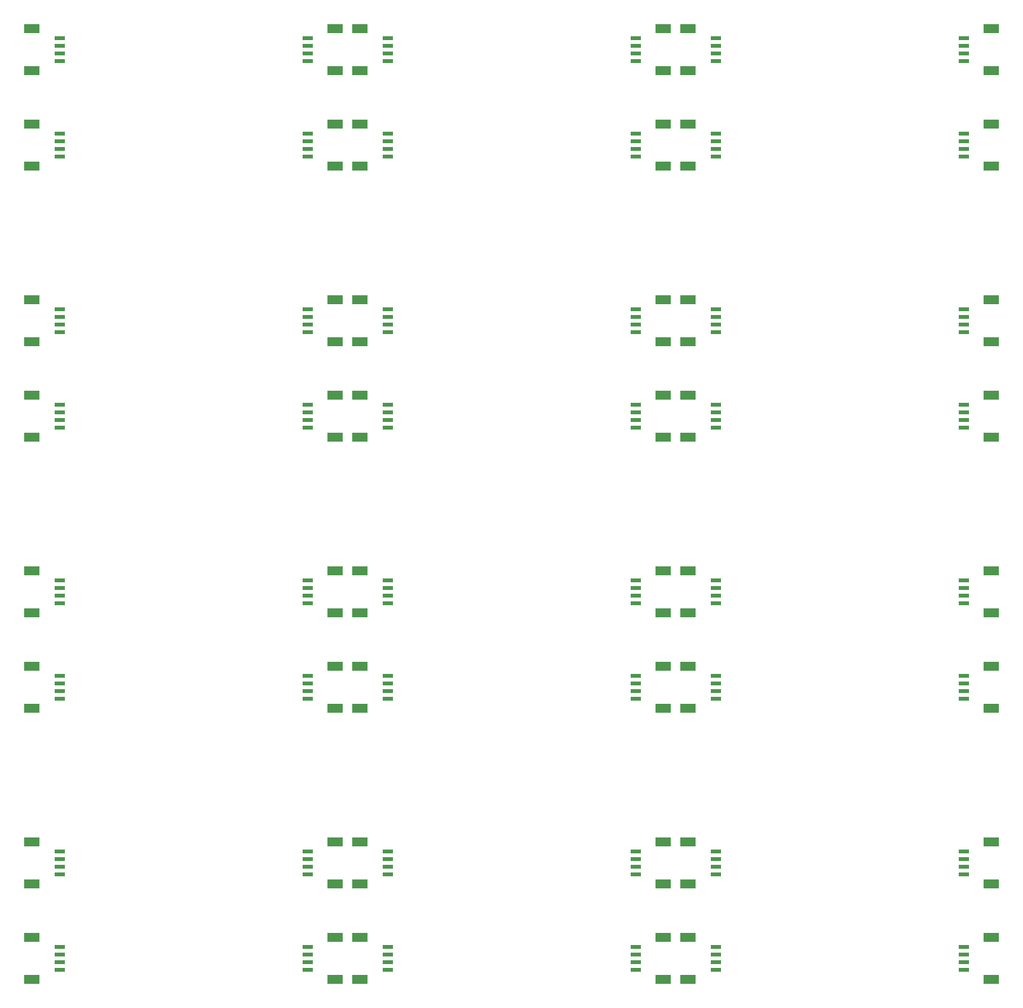
<source format=gtp>
G75*
%MOIN*%
%OFA0B0*%
%FSLAX25Y25*%
%IPPOS*%
%LPD*%
%AMOC8*
5,1,8,0,0,1.08239X$1,22.5*
%
%ADD10R,0.07874X0.04724*%
%ADD11R,0.05315X0.02362*%
D10*
X0088865Y0109976D03*
X0088865Y0132024D03*
X0088865Y0159976D03*
X0088865Y0182024D03*
X0088865Y0251976D03*
X0088865Y0274024D03*
X0088865Y0301976D03*
X0088865Y0324024D03*
X0088865Y0393976D03*
X0088865Y0416024D03*
X0088865Y0443976D03*
X0088865Y0466024D03*
X0088865Y0535976D03*
X0088865Y0558024D03*
X0088865Y0585976D03*
X0088865Y0608024D03*
X0247802Y0608024D03*
X0260865Y0608024D03*
X0260865Y0585976D03*
X0247802Y0585976D03*
X0247802Y0558024D03*
X0260865Y0558024D03*
X0260865Y0535976D03*
X0247802Y0535976D03*
X0247802Y0466024D03*
X0260865Y0466024D03*
X0260865Y0443976D03*
X0247802Y0443976D03*
X0247802Y0416024D03*
X0260865Y0416024D03*
X0260865Y0393976D03*
X0247802Y0393976D03*
X0247802Y0324024D03*
X0260865Y0324024D03*
X0260865Y0301976D03*
X0247802Y0301976D03*
X0247802Y0274024D03*
X0260865Y0274024D03*
X0260865Y0251976D03*
X0247802Y0251976D03*
X0247802Y0182024D03*
X0260865Y0182024D03*
X0260865Y0159976D03*
X0247802Y0159976D03*
X0247802Y0132024D03*
X0260865Y0132024D03*
X0260865Y0109976D03*
X0247802Y0109976D03*
X0419802Y0109976D03*
X0432865Y0109976D03*
X0432865Y0132024D03*
X0419802Y0132024D03*
X0419802Y0159976D03*
X0432865Y0159976D03*
X0432865Y0182024D03*
X0419802Y0182024D03*
X0419802Y0251976D03*
X0432865Y0251976D03*
X0432865Y0274024D03*
X0419802Y0274024D03*
X0419802Y0301976D03*
X0432865Y0301976D03*
X0432865Y0324024D03*
X0419802Y0324024D03*
X0419802Y0393976D03*
X0432865Y0393976D03*
X0432865Y0416024D03*
X0419802Y0416024D03*
X0419802Y0443976D03*
X0432865Y0443976D03*
X0432865Y0466024D03*
X0419802Y0466024D03*
X0419802Y0535976D03*
X0432865Y0535976D03*
X0432865Y0558024D03*
X0419802Y0558024D03*
X0419802Y0585976D03*
X0432865Y0585976D03*
X0432865Y0608024D03*
X0419802Y0608024D03*
X0591802Y0608024D03*
X0591802Y0585976D03*
X0591802Y0558024D03*
X0591802Y0535976D03*
X0591802Y0466024D03*
X0591802Y0443976D03*
X0591802Y0416024D03*
X0591802Y0393976D03*
X0591802Y0324024D03*
X0591802Y0301976D03*
X0591802Y0274024D03*
X0591802Y0251976D03*
X0591802Y0182024D03*
X0591802Y0159976D03*
X0591802Y0132024D03*
X0591802Y0109976D03*
D11*
X0577333Y0115094D03*
X0577333Y0119031D03*
X0577333Y0122969D03*
X0577333Y0126906D03*
X0577333Y0165094D03*
X0577333Y0169031D03*
X0577333Y0172969D03*
X0577333Y0176906D03*
X0577333Y0257094D03*
X0577333Y0261031D03*
X0577333Y0264969D03*
X0577333Y0268906D03*
X0577333Y0307094D03*
X0577333Y0311031D03*
X0577333Y0314969D03*
X0577333Y0318906D03*
X0577333Y0399094D03*
X0577333Y0403031D03*
X0577333Y0406969D03*
X0577333Y0410906D03*
X0577333Y0449094D03*
X0577333Y0453031D03*
X0577333Y0456969D03*
X0577333Y0460906D03*
X0577333Y0541094D03*
X0577333Y0545031D03*
X0577333Y0548969D03*
X0577333Y0552906D03*
X0577333Y0591094D03*
X0577333Y0595031D03*
X0577333Y0598969D03*
X0577333Y0602906D03*
X0447333Y0602906D03*
X0447333Y0598969D03*
X0447333Y0595031D03*
X0447333Y0591094D03*
X0447333Y0552906D03*
X0447333Y0548969D03*
X0447333Y0545031D03*
X0447333Y0541094D03*
X0405333Y0541094D03*
X0405333Y0545031D03*
X0405333Y0548969D03*
X0405333Y0552906D03*
X0405333Y0591094D03*
X0405333Y0595031D03*
X0405333Y0598969D03*
X0405333Y0602906D03*
X0275333Y0602906D03*
X0275333Y0598969D03*
X0275333Y0595031D03*
X0275333Y0591094D03*
X0275333Y0552906D03*
X0275333Y0548969D03*
X0275333Y0545031D03*
X0275333Y0541094D03*
X0233333Y0541094D03*
X0233333Y0545031D03*
X0233333Y0548969D03*
X0233333Y0552906D03*
X0233333Y0591094D03*
X0233333Y0595031D03*
X0233333Y0598969D03*
X0233333Y0602906D03*
X0103333Y0602906D03*
X0103333Y0598969D03*
X0103333Y0595031D03*
X0103333Y0591094D03*
X0103333Y0552906D03*
X0103333Y0548969D03*
X0103333Y0545031D03*
X0103333Y0541094D03*
X0103333Y0460906D03*
X0103333Y0456969D03*
X0103333Y0453031D03*
X0103333Y0449094D03*
X0103333Y0410906D03*
X0103333Y0406969D03*
X0103333Y0403031D03*
X0103333Y0399094D03*
X0103333Y0318906D03*
X0103333Y0314969D03*
X0103333Y0311031D03*
X0103333Y0307094D03*
X0103333Y0268906D03*
X0103333Y0264969D03*
X0103333Y0261031D03*
X0103333Y0257094D03*
X0103333Y0176906D03*
X0103333Y0172969D03*
X0103333Y0169031D03*
X0103333Y0165094D03*
X0103333Y0126906D03*
X0103333Y0122969D03*
X0103333Y0119031D03*
X0103333Y0115094D03*
X0233333Y0115094D03*
X0233333Y0119031D03*
X0233333Y0122969D03*
X0233333Y0126906D03*
X0233333Y0165094D03*
X0233333Y0169031D03*
X0233333Y0172969D03*
X0233333Y0176906D03*
X0275333Y0176906D03*
X0275333Y0172969D03*
X0275333Y0169031D03*
X0275333Y0165094D03*
X0275333Y0126906D03*
X0275333Y0122969D03*
X0275333Y0119031D03*
X0275333Y0115094D03*
X0405333Y0115094D03*
X0405333Y0119031D03*
X0405333Y0122969D03*
X0405333Y0126906D03*
X0405333Y0165094D03*
X0405333Y0169031D03*
X0405333Y0172969D03*
X0405333Y0176906D03*
X0447333Y0176906D03*
X0447333Y0172969D03*
X0447333Y0169031D03*
X0447333Y0165094D03*
X0447333Y0126906D03*
X0447333Y0122969D03*
X0447333Y0119031D03*
X0447333Y0115094D03*
X0447333Y0257094D03*
X0447333Y0261031D03*
X0447333Y0264969D03*
X0447333Y0268906D03*
X0447333Y0307094D03*
X0447333Y0311031D03*
X0447333Y0314969D03*
X0447333Y0318906D03*
X0405333Y0318906D03*
X0405333Y0314969D03*
X0405333Y0311031D03*
X0405333Y0307094D03*
X0405333Y0268906D03*
X0405333Y0264969D03*
X0405333Y0261031D03*
X0405333Y0257094D03*
X0275333Y0257094D03*
X0275333Y0261031D03*
X0275333Y0264969D03*
X0275333Y0268906D03*
X0275333Y0307094D03*
X0275333Y0311031D03*
X0275333Y0314969D03*
X0275333Y0318906D03*
X0233333Y0318906D03*
X0233333Y0314969D03*
X0233333Y0311031D03*
X0233333Y0307094D03*
X0233333Y0268906D03*
X0233333Y0264969D03*
X0233333Y0261031D03*
X0233333Y0257094D03*
X0233333Y0399094D03*
X0233333Y0403031D03*
X0233333Y0406969D03*
X0233333Y0410906D03*
X0233333Y0449094D03*
X0233333Y0453031D03*
X0233333Y0456969D03*
X0233333Y0460906D03*
X0275333Y0460906D03*
X0275333Y0456969D03*
X0275333Y0453031D03*
X0275333Y0449094D03*
X0275333Y0410906D03*
X0275333Y0406969D03*
X0275333Y0403031D03*
X0275333Y0399094D03*
X0405333Y0399094D03*
X0405333Y0403031D03*
X0405333Y0406969D03*
X0405333Y0410906D03*
X0405333Y0449094D03*
X0405333Y0453031D03*
X0405333Y0456969D03*
X0405333Y0460906D03*
X0447333Y0460906D03*
X0447333Y0456969D03*
X0447333Y0453031D03*
X0447333Y0449094D03*
X0447333Y0410906D03*
X0447333Y0406969D03*
X0447333Y0403031D03*
X0447333Y0399094D03*
M02*

</source>
